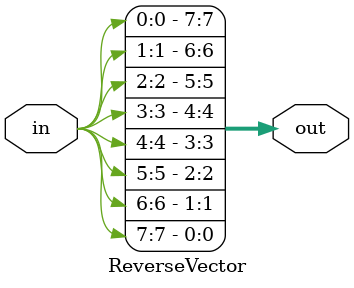
<source format=sv>



/* --- INSTANTIATION TEMPLATE BEGIN ---

ReverseVector #(
  .WIDTH( 8 )         // WIDTH must be >=2
) RV1 (
  .in( smth[7:0] ),
  .out( htms[7:0] )   // reversed bit order
);

--- INSTANTIATION TEMPLATE END ---*/


module ReverseVector #(
  WIDTH = 8         // WIDTH must be >=2
)(
  input [(WIDTH-1):0] in,
  output logic [(WIDTH-1):0] out
);


genvar i;

generate
  for (i = 0; i < (WIDTH/2) ; i++) begin : gen1
    always_comb begin
      out[i] = in[WIDTH-1-i];
      out[WIDTH-1-i] = in[i];
    end // always_comb
  end // for
endgenerate

// additional assign needed when WIDTH is odd
generate
  if ( WIDTH%2 ) begin : gen2
    always_comb begin
      out[WIDTH/2] = in[WIDTH/2];
    end // always_comb
  end // for
endgenerate


endmodule

</source>
